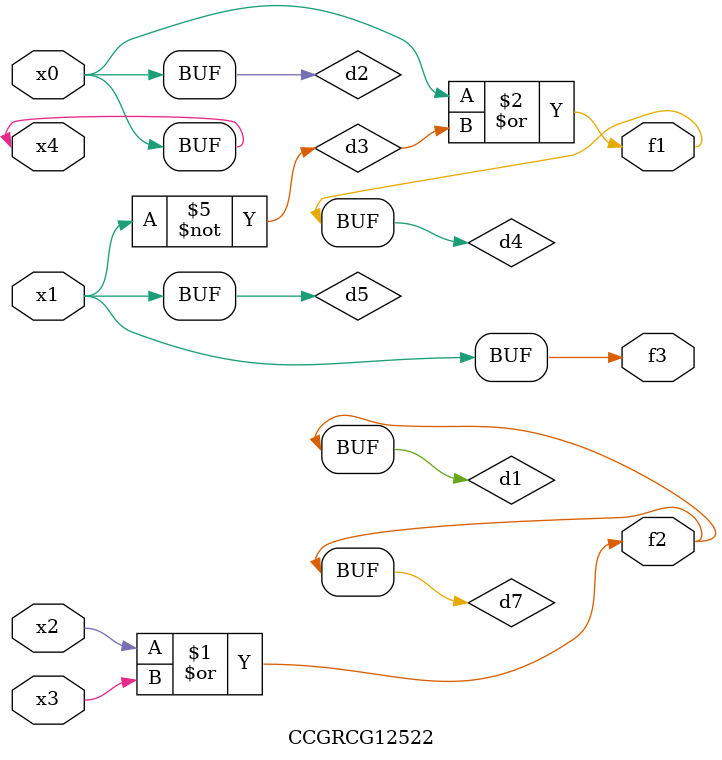
<source format=v>
module CCGRCG12522(
	input x0, x1, x2, x3, x4,
	output f1, f2, f3
);

	wire d1, d2, d3, d4, d5, d6, d7;

	or (d1, x2, x3);
	buf (d2, x0, x4);
	not (d3, x1);
	or (d4, d2, d3);
	not (d5, d3);
	nand (d6, d1, d3);
	or (d7, d1);
	assign f1 = d4;
	assign f2 = d7;
	assign f3 = d5;
endmodule

</source>
